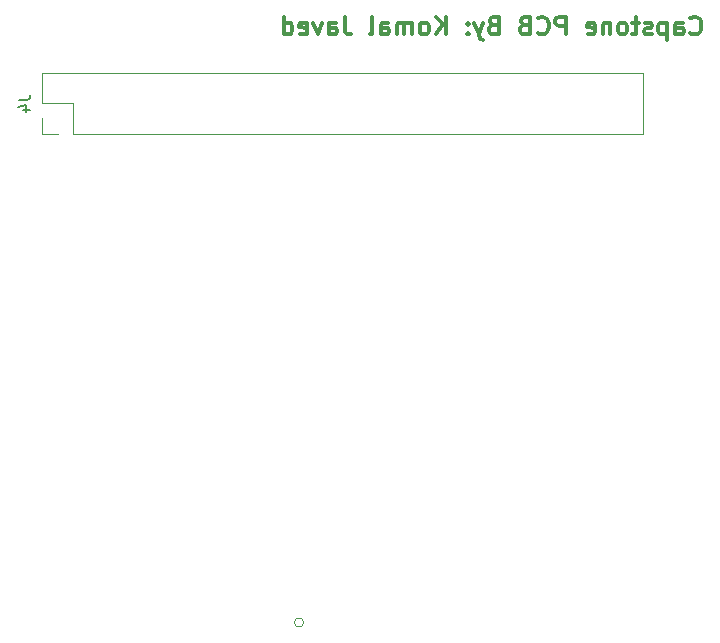
<source format=gbo>
G04 #@! TF.GenerationSoftware,KiCad,Pcbnew,(5.1.10-1-10_14)*
G04 #@! TF.CreationDate,2021-11-26T00:33:47-05:00*
G04 #@! TF.ProjectId,tool_circuit,746f6f6c-5f63-4697-9263-7569742e6b69,1.0*
G04 #@! TF.SameCoordinates,Original*
G04 #@! TF.FileFunction,Legend,Bot*
G04 #@! TF.FilePolarity,Positive*
%FSLAX46Y46*%
G04 Gerber Fmt 4.6, Leading zero omitted, Abs format (unit mm)*
G04 Created by KiCad (PCBNEW (5.1.10-1-10_14)) date 2021-11-26 00:33:47*
%MOMM*%
%LPD*%
G01*
G04 APERTURE LIST*
%ADD10C,0.300000*%
%ADD11C,0.120000*%
%ADD12C,0.150000*%
%ADD13C,1.301600*%
%ADD14C,1.609600*%
%ADD15C,2.006600*%
%ADD16C,1.498600*%
%ADD17O,1.801600X1.801600*%
%ADD18O,2.001600X3.901600*%
%ADD19O,3.901600X2.001600*%
%ADD20C,1.473200*%
%ADD21C,1.371600*%
G04 APERTURE END LIST*
D10*
X161820714Y-45751514D02*
X161892142Y-45822942D01*
X162106428Y-45894371D01*
X162249285Y-45894371D01*
X162463571Y-45822942D01*
X162606428Y-45680085D01*
X162677857Y-45537228D01*
X162749285Y-45251514D01*
X162749285Y-45037228D01*
X162677857Y-44751514D01*
X162606428Y-44608657D01*
X162463571Y-44465800D01*
X162249285Y-44394371D01*
X162106428Y-44394371D01*
X161892142Y-44465800D01*
X161820714Y-44537228D01*
X160535000Y-45894371D02*
X160535000Y-45108657D01*
X160606428Y-44965800D01*
X160749285Y-44894371D01*
X161035000Y-44894371D01*
X161177857Y-44965800D01*
X160535000Y-45822942D02*
X160677857Y-45894371D01*
X161035000Y-45894371D01*
X161177857Y-45822942D01*
X161249285Y-45680085D01*
X161249285Y-45537228D01*
X161177857Y-45394371D01*
X161035000Y-45322942D01*
X160677857Y-45322942D01*
X160535000Y-45251514D01*
X159820714Y-44894371D02*
X159820714Y-46394371D01*
X159820714Y-44965800D02*
X159677857Y-44894371D01*
X159392142Y-44894371D01*
X159249285Y-44965800D01*
X159177857Y-45037228D01*
X159106428Y-45180085D01*
X159106428Y-45608657D01*
X159177857Y-45751514D01*
X159249285Y-45822942D01*
X159392142Y-45894371D01*
X159677857Y-45894371D01*
X159820714Y-45822942D01*
X158535000Y-45822942D02*
X158392142Y-45894371D01*
X158106428Y-45894371D01*
X157963571Y-45822942D01*
X157892142Y-45680085D01*
X157892142Y-45608657D01*
X157963571Y-45465800D01*
X158106428Y-45394371D01*
X158320714Y-45394371D01*
X158463571Y-45322942D01*
X158535000Y-45180085D01*
X158535000Y-45108657D01*
X158463571Y-44965800D01*
X158320714Y-44894371D01*
X158106428Y-44894371D01*
X157963571Y-44965800D01*
X157463571Y-44894371D02*
X156892142Y-44894371D01*
X157249285Y-44394371D02*
X157249285Y-45680085D01*
X157177857Y-45822942D01*
X157035000Y-45894371D01*
X156892142Y-45894371D01*
X156177857Y-45894371D02*
X156320714Y-45822942D01*
X156392142Y-45751514D01*
X156463571Y-45608657D01*
X156463571Y-45180085D01*
X156392142Y-45037228D01*
X156320714Y-44965800D01*
X156177857Y-44894371D01*
X155963571Y-44894371D01*
X155820714Y-44965800D01*
X155749285Y-45037228D01*
X155677857Y-45180085D01*
X155677857Y-45608657D01*
X155749285Y-45751514D01*
X155820714Y-45822942D01*
X155963571Y-45894371D01*
X156177857Y-45894371D01*
X155035000Y-44894371D02*
X155035000Y-45894371D01*
X155035000Y-45037228D02*
X154963571Y-44965800D01*
X154820714Y-44894371D01*
X154606428Y-44894371D01*
X154463571Y-44965800D01*
X154392142Y-45108657D01*
X154392142Y-45894371D01*
X153106428Y-45822942D02*
X153249285Y-45894371D01*
X153535000Y-45894371D01*
X153677857Y-45822942D01*
X153749285Y-45680085D01*
X153749285Y-45108657D01*
X153677857Y-44965800D01*
X153535000Y-44894371D01*
X153249285Y-44894371D01*
X153106428Y-44965800D01*
X153035000Y-45108657D01*
X153035000Y-45251514D01*
X153749285Y-45394371D01*
X151249285Y-45894371D02*
X151249285Y-44394371D01*
X150677857Y-44394371D01*
X150535000Y-44465800D01*
X150463571Y-44537228D01*
X150392142Y-44680085D01*
X150392142Y-44894371D01*
X150463571Y-45037228D01*
X150535000Y-45108657D01*
X150677857Y-45180085D01*
X151249285Y-45180085D01*
X148892142Y-45751514D02*
X148963571Y-45822942D01*
X149177857Y-45894371D01*
X149320714Y-45894371D01*
X149535000Y-45822942D01*
X149677857Y-45680085D01*
X149749285Y-45537228D01*
X149820714Y-45251514D01*
X149820714Y-45037228D01*
X149749285Y-44751514D01*
X149677857Y-44608657D01*
X149535000Y-44465800D01*
X149320714Y-44394371D01*
X149177857Y-44394371D01*
X148963571Y-44465800D01*
X148892142Y-44537228D01*
X147749285Y-45108657D02*
X147535000Y-45180085D01*
X147463571Y-45251514D01*
X147392142Y-45394371D01*
X147392142Y-45608657D01*
X147463571Y-45751514D01*
X147535000Y-45822942D01*
X147677857Y-45894371D01*
X148249285Y-45894371D01*
X148249285Y-44394371D01*
X147749285Y-44394371D01*
X147606428Y-44465800D01*
X147535000Y-44537228D01*
X147463571Y-44680085D01*
X147463571Y-44822942D01*
X147535000Y-44965800D01*
X147606428Y-45037228D01*
X147749285Y-45108657D01*
X148249285Y-45108657D01*
X145106428Y-45108657D02*
X144892142Y-45180085D01*
X144820714Y-45251514D01*
X144749285Y-45394371D01*
X144749285Y-45608657D01*
X144820714Y-45751514D01*
X144892142Y-45822942D01*
X145035000Y-45894371D01*
X145606428Y-45894371D01*
X145606428Y-44394371D01*
X145106428Y-44394371D01*
X144963571Y-44465800D01*
X144892142Y-44537228D01*
X144820714Y-44680085D01*
X144820714Y-44822942D01*
X144892142Y-44965800D01*
X144963571Y-45037228D01*
X145106428Y-45108657D01*
X145606428Y-45108657D01*
X144249285Y-44894371D02*
X143892142Y-45894371D01*
X143535000Y-44894371D02*
X143892142Y-45894371D01*
X144035000Y-46251514D01*
X144106428Y-46322942D01*
X144249285Y-46394371D01*
X142963571Y-45751514D02*
X142892142Y-45822942D01*
X142963571Y-45894371D01*
X143035000Y-45822942D01*
X142963571Y-45751514D01*
X142963571Y-45894371D01*
X142963571Y-44965800D02*
X142892142Y-45037228D01*
X142963571Y-45108657D01*
X143035000Y-45037228D01*
X142963571Y-44965800D01*
X142963571Y-45108657D01*
X141106428Y-45894371D02*
X141106428Y-44394371D01*
X140249285Y-45894371D02*
X140892142Y-45037228D01*
X140249285Y-44394371D02*
X141106428Y-45251514D01*
X139392142Y-45894371D02*
X139535000Y-45822942D01*
X139606428Y-45751514D01*
X139677857Y-45608657D01*
X139677857Y-45180085D01*
X139606428Y-45037228D01*
X139535000Y-44965800D01*
X139392142Y-44894371D01*
X139177857Y-44894371D01*
X139035000Y-44965800D01*
X138963571Y-45037228D01*
X138892142Y-45180085D01*
X138892142Y-45608657D01*
X138963571Y-45751514D01*
X139035000Y-45822942D01*
X139177857Y-45894371D01*
X139392142Y-45894371D01*
X138249285Y-45894371D02*
X138249285Y-44894371D01*
X138249285Y-45037228D02*
X138177857Y-44965800D01*
X138035000Y-44894371D01*
X137820714Y-44894371D01*
X137677857Y-44965800D01*
X137606428Y-45108657D01*
X137606428Y-45894371D01*
X137606428Y-45108657D02*
X137535000Y-44965800D01*
X137392142Y-44894371D01*
X137177857Y-44894371D01*
X137035000Y-44965800D01*
X136963571Y-45108657D01*
X136963571Y-45894371D01*
X135606428Y-45894371D02*
X135606428Y-45108657D01*
X135677857Y-44965800D01*
X135820714Y-44894371D01*
X136106428Y-44894371D01*
X136249285Y-44965800D01*
X135606428Y-45822942D02*
X135749285Y-45894371D01*
X136106428Y-45894371D01*
X136249285Y-45822942D01*
X136320714Y-45680085D01*
X136320714Y-45537228D01*
X136249285Y-45394371D01*
X136106428Y-45322942D01*
X135749285Y-45322942D01*
X135606428Y-45251514D01*
X134677857Y-45894371D02*
X134820714Y-45822942D01*
X134892142Y-45680085D01*
X134892142Y-44394371D01*
X132535000Y-44394371D02*
X132535000Y-45465800D01*
X132606428Y-45680085D01*
X132749285Y-45822942D01*
X132963571Y-45894371D01*
X133106428Y-45894371D01*
X131177857Y-45894371D02*
X131177857Y-45108657D01*
X131249285Y-44965800D01*
X131392142Y-44894371D01*
X131677857Y-44894371D01*
X131820714Y-44965800D01*
X131177857Y-45822942D02*
X131320714Y-45894371D01*
X131677857Y-45894371D01*
X131820714Y-45822942D01*
X131892142Y-45680085D01*
X131892142Y-45537228D01*
X131820714Y-45394371D01*
X131677857Y-45322942D01*
X131320714Y-45322942D01*
X131177857Y-45251514D01*
X130606428Y-44894371D02*
X130249285Y-45894371D01*
X129892142Y-44894371D01*
X128749285Y-45822942D02*
X128892142Y-45894371D01*
X129177857Y-45894371D01*
X129320714Y-45822942D01*
X129392142Y-45680085D01*
X129392142Y-45108657D01*
X129320714Y-44965800D01*
X129177857Y-44894371D01*
X128892142Y-44894371D01*
X128749285Y-44965800D01*
X128677857Y-45108657D01*
X128677857Y-45251514D01*
X129392142Y-45394371D01*
X127392142Y-45894371D02*
X127392142Y-44394371D01*
X127392142Y-45822942D02*
X127535000Y-45894371D01*
X127820714Y-45894371D01*
X127963571Y-45822942D01*
X128035000Y-45751514D01*
X128106428Y-45608657D01*
X128106428Y-45180085D01*
X128035000Y-45037228D01*
X127963571Y-44965800D01*
X127820714Y-44894371D01*
X127535000Y-44894371D01*
X127392142Y-44965800D01*
D11*
X129058400Y-95685600D02*
G75*
G03*
X129058400Y-95685600I-381000J0D01*
G01*
X106925800Y-53013600D02*
X106925800Y-54343600D01*
X106925800Y-54343600D02*
X108255800Y-54343600D01*
X106925800Y-51743600D02*
X109525800Y-51743600D01*
X109525800Y-51743600D02*
X109525800Y-54343600D01*
X109525800Y-54343600D02*
X157845800Y-54343600D01*
X157845800Y-49143600D02*
X157845800Y-54343600D01*
X106925800Y-49143600D02*
X157845800Y-49143600D01*
X106925800Y-49143600D02*
X106925800Y-51743600D01*
D12*
X104938180Y-51410266D02*
X105652466Y-51410266D01*
X105795323Y-51362647D01*
X105890561Y-51267409D01*
X105938180Y-51124552D01*
X105938180Y-51029314D01*
X105271514Y-52315028D02*
X105938180Y-52315028D01*
X104890561Y-52076933D02*
X105604847Y-51838838D01*
X105604847Y-52457885D01*
%LPC*%
D13*
X119344800Y-97590600D03*
G36*
G01*
X124995600Y-96990600D02*
X124995600Y-98190600D01*
G75*
G02*
X124944800Y-98241400I-50800J0D01*
G01*
X123744800Y-98241400D01*
G75*
G02*
X123694000Y-98190600I0J50800D01*
G01*
X123694000Y-96990600D01*
G75*
G02*
X123744800Y-96939800I50800J0D01*
G01*
X124944800Y-96939800D01*
G75*
G02*
X124995600Y-96990600I0J-50800D01*
G01*
G37*
G36*
G01*
X152129600Y-69464800D02*
X152129600Y-67956800D01*
G75*
G02*
X152180400Y-67906000I50800J0D01*
G01*
X153688400Y-67906000D01*
G75*
G02*
X153739200Y-67956800I0J-50800D01*
G01*
X153739200Y-69464800D01*
G75*
G02*
X153688400Y-69515600I-50800J0D01*
G01*
X152180400Y-69515600D01*
G75*
G02*
X152129600Y-69464800I0J50800D01*
G01*
G37*
D14*
X155474400Y-68710800D03*
G36*
G01*
X111676800Y-78904200D02*
X111676800Y-80412200D01*
G75*
G02*
X111626000Y-80463000I-50800J0D01*
G01*
X110118000Y-80463000D01*
G75*
G02*
X110067200Y-80412200I0J50800D01*
G01*
X110067200Y-78904200D01*
G75*
G02*
X110118000Y-78853400I50800J0D01*
G01*
X111626000Y-78853400D01*
G75*
G02*
X111676800Y-78904200I0J-50800D01*
G01*
G37*
X108332000Y-79658200D03*
D15*
X146076400Y-99876600D03*
X131090400Y-93679000D03*
D16*
X142571200Y-95685600D03*
X138583400Y-95685600D03*
X134595600Y-95685600D03*
G36*
G01*
X149208600Y-80818600D02*
X149208600Y-79310600D01*
G75*
G02*
X149259400Y-79259800I50800J0D01*
G01*
X150767400Y-79259800D01*
G75*
G02*
X150818200Y-79310600I0J-50800D01*
G01*
X150818200Y-80818600D01*
G75*
G02*
X150767400Y-80869400I-50800J0D01*
G01*
X149259400Y-80869400D01*
G75*
G02*
X149208600Y-80818600I0J50800D01*
G01*
G37*
D14*
X152553400Y-80064600D03*
G36*
G01*
X143960200Y-78066000D02*
X143960200Y-79574000D01*
G75*
G02*
X143909400Y-79624800I-50800J0D01*
G01*
X142401400Y-79624800D01*
G75*
G02*
X142350600Y-79574000I0J50800D01*
G01*
X142350600Y-78066000D01*
G75*
G02*
X142401400Y-78015200I50800J0D01*
G01*
X143909400Y-78015200D01*
G75*
G02*
X143960200Y-78066000I0J-50800D01*
G01*
G37*
X140615400Y-78820000D03*
X133605000Y-79048600D03*
X131065000Y-79048600D03*
G36*
G01*
X140476600Y-58537200D02*
X140476600Y-56837200D01*
G75*
G02*
X140527400Y-56786400I50800J0D01*
G01*
X142227400Y-56786400D01*
G75*
G02*
X142278200Y-56837200I0J-50800D01*
G01*
X142278200Y-58537200D01*
G75*
G02*
X142227400Y-58588000I-50800J0D01*
G01*
X140527400Y-58588000D01*
G75*
G02*
X140476600Y-58537200I0J50800D01*
G01*
G37*
D17*
X141377400Y-60227200D03*
X141377400Y-62767200D03*
G36*
G01*
X159856800Y-57521200D02*
X159856800Y-55821200D01*
G75*
G02*
X159907600Y-55770400I50800J0D01*
G01*
X161607600Y-55770400D01*
G75*
G02*
X161658400Y-55821200I0J-50800D01*
G01*
X161658400Y-57521200D01*
G75*
G02*
X161607600Y-57572000I-50800J0D01*
G01*
X159907600Y-57572000D01*
G75*
G02*
X159856800Y-57521200I0J50800D01*
G01*
G37*
X160757600Y-59211200D03*
X160757600Y-61751200D03*
X160757600Y-64291200D03*
X160757600Y-66831200D03*
X160757600Y-69371200D03*
X160757600Y-71911200D03*
X160757600Y-74451200D03*
D18*
X161496000Y-92105400D03*
D19*
X156846000Y-95355400D03*
X156846000Y-89425400D03*
G36*
G01*
X117865000Y-80513800D02*
X117865000Y-79005800D01*
G75*
G02*
X117915800Y-78955000I50800J0D01*
G01*
X119423800Y-78955000D01*
G75*
G02*
X119474600Y-79005800I0J-50800D01*
G01*
X119474600Y-80513800D01*
G75*
G02*
X119423800Y-80564600I-50800J0D01*
G01*
X117915800Y-80564600D01*
G75*
G02*
X117865000Y-80513800I0J50800D01*
G01*
G37*
D14*
X121209800Y-79759800D03*
D17*
X156515800Y-50473600D03*
X156515800Y-53013600D03*
X153975800Y-50473600D03*
X153975800Y-53013600D03*
X151435800Y-50473600D03*
X151435800Y-53013600D03*
X148895800Y-50473600D03*
X148895800Y-53013600D03*
X146355800Y-50473600D03*
X146355800Y-53013600D03*
X143815800Y-50473600D03*
X143815800Y-53013600D03*
X141275800Y-50473600D03*
X141275800Y-53013600D03*
X138735800Y-50473600D03*
X138735800Y-53013600D03*
X136195800Y-50473600D03*
X136195800Y-53013600D03*
X133655800Y-50473600D03*
X133655800Y-53013600D03*
X131115800Y-50473600D03*
X131115800Y-53013600D03*
X128575800Y-50473600D03*
X128575800Y-53013600D03*
X126035800Y-50473600D03*
X126035800Y-53013600D03*
X123495800Y-50473600D03*
X123495800Y-53013600D03*
X120955800Y-50473600D03*
X120955800Y-53013600D03*
X118415800Y-50473600D03*
X118415800Y-53013600D03*
X115875800Y-50473600D03*
X115875800Y-53013600D03*
X113335800Y-50473600D03*
X113335800Y-53013600D03*
X110795800Y-50473600D03*
X110795800Y-53013600D03*
X108255800Y-50473600D03*
G36*
G01*
X107405800Y-52112800D02*
X109105800Y-52112800D01*
G75*
G02*
X109156600Y-52163600I0J-50800D01*
G01*
X109156600Y-53863600D01*
G75*
G02*
X109105800Y-53914400I-50800J0D01*
G01*
X107405800Y-53914400D01*
G75*
G02*
X107355000Y-53863600I0J50800D01*
G01*
X107355000Y-52163600D01*
G75*
G02*
X107405800Y-52112800I50800J0D01*
G01*
G37*
D20*
X106503200Y-96803200D03*
X111503200Y-96803200D03*
D21*
X151867600Y-60201800D03*
X154407600Y-60201800D03*
M02*

</source>
